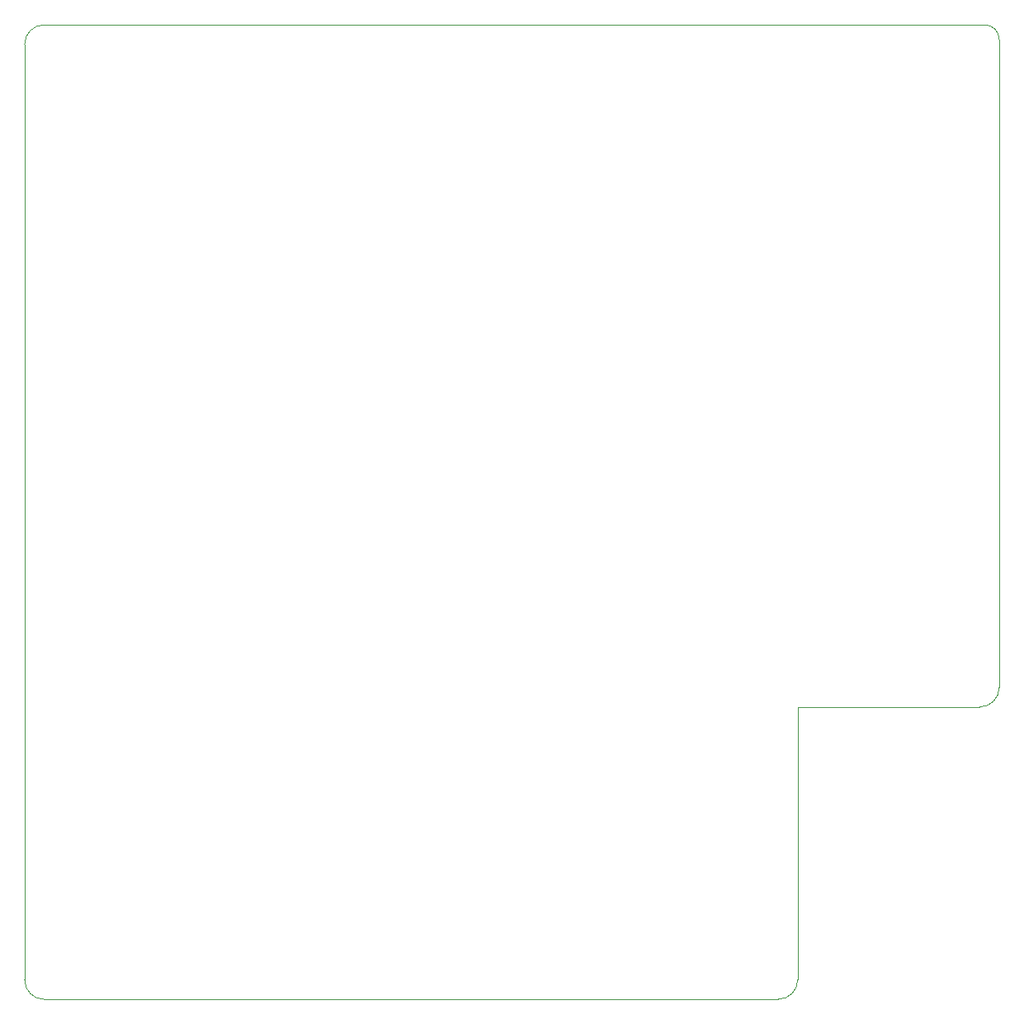
<source format=gbr>
%TF.GenerationSoftware,KiCad,Pcbnew,(6.0.7)*%
%TF.CreationDate,2022-10-16T13:30:08+08:00*%
%TF.ProjectId,numpad-test,6e756d70-6164-42d7-9465-73742e6b6963,rev?*%
%TF.SameCoordinates,Original*%
%TF.FileFunction,Profile,NP*%
%FSLAX46Y46*%
G04 Gerber Fmt 4.6, Leading zero omitted, Abs format (unit mm)*
G04 Created by KiCad (PCBNEW (6.0.7)) date 2022-10-16 13:30:08*
%MOMM*%
%LPD*%
G01*
G04 APERTURE LIST*
%TA.AperFunction,Profile*%
%ADD10C,0.050000*%
%TD*%
G04 APERTURE END LIST*
D10*
X46500000Y-132500000D02*
X46500000Y-36500000D01*
X46500000Y-132500000D02*
G75*
G03*
X48500000Y-134500000I2000000J0D01*
G01*
X48500000Y-134500000D02*
X123825000Y-134493000D01*
X126600000Y-104500000D02*
X125825000Y-104500000D01*
X144500000Y-104500000D02*
X126600000Y-104500000D01*
X48500000Y-34500000D02*
X145000000Y-34500000D01*
X123825000Y-134493000D02*
G75*
G03*
X125825000Y-132493000I0J2000000D01*
G01*
X48500000Y-34500000D02*
G75*
G03*
X46500000Y-36500000I0J-2000000D01*
G01*
X146500000Y-36000000D02*
X146500000Y-102500000D01*
X146500000Y-36000000D02*
G75*
G03*
X145000000Y-34500000I-1500000J0D01*
G01*
X125825000Y-104500000D02*
X125825000Y-132493000D01*
X144500000Y-104500000D02*
G75*
G03*
X146500000Y-102500000I0J2000000D01*
G01*
M02*

</source>
